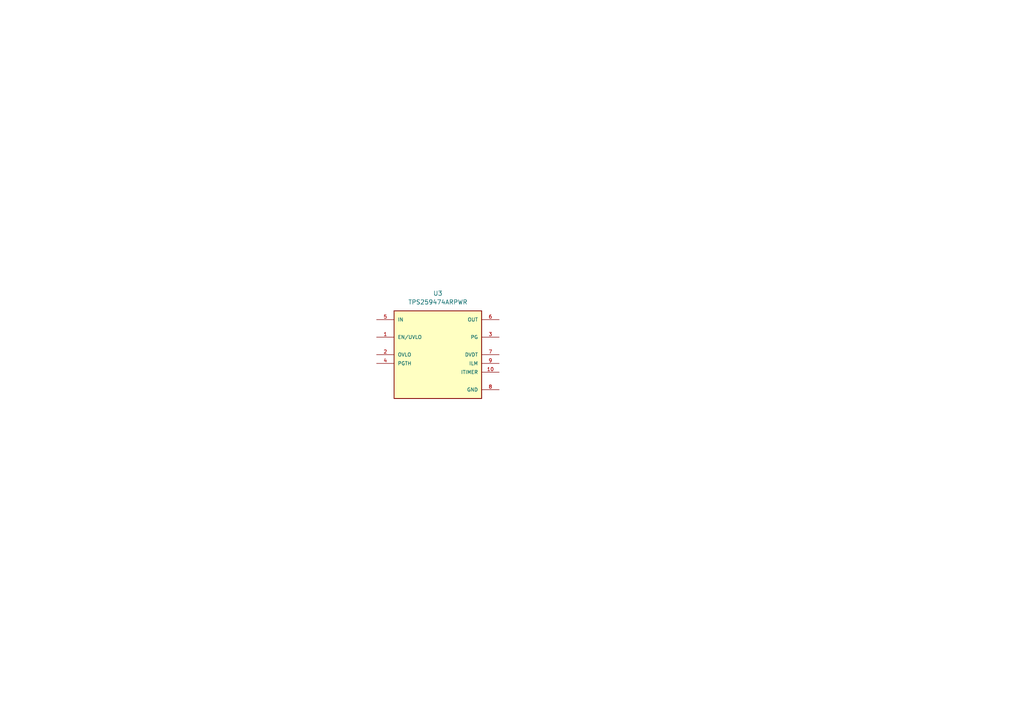
<source format=kicad_sch>
(kicad_sch (version 20230819) (generator eeschema)
  (paper "A4")
  (title_block (title "Carrier Board") (date "2023-11-21") (rev "V3") (company "MUREX Robotics [Byran Huang]") (comment 1 "//DO IT RIGHT,  DO IT MUREX") (comment 2 "// ATTEMPT THE IMPOSSIBLE") (comment 3 "CM4-based ROV (robotics) control board.") (comment 4 "The MUREX Carrier Board is the world's first open-source "))
  (lib_symbols
    (symbol "TPS259474ARPWR:TPS259474ARPWR" (pin_names (offset 1.016))
      (property "Reference" "U" (at -12.7 13.462 0))
      (property "Value" "TPS259474ARPWR" (at -12.7 -13.462 0))
      (symbol "TPS259474ARPWR_0_0"
        (rectangle (start -12.7 -12.7) (end 12.7 12.7) (stroke (width 0.254)) (fill (type background)))
        (pin input line (at -17.78 5.08 0) (length 5.08) (name "EN/UVLO") (number "1"))
        (pin output line (at 17.78 -5.08 180) (length 5.08) (name "ITIMER") (number "10"))
        (pin input line (at -17.78 0 0) (length 5.08) (name "OVLO") (number "2"))
        (pin output line (at 17.78 5.08 180) (length 5.08) (name "PG") (number "3"))
        (pin input line (at -17.78 -2.54 0) (length 5.08) (name "PGTH") (number "4"))
        (pin input line (at -17.78 10.16 0) (length 5.08) (name "IN") (number "5"))
        (pin output line (at 17.78 10.16 180) (length 5.08) (name "OUT") (number "6"))
        (pin output line (at 17.78 0 180) (length 5.08) (name "DVDT") (number "7"))
        (pin power_in line (at 17.78 -10.16 180) (length 5.08) (name "GND") (number "8"))
        (pin output line (at 17.78 -2.54 180) (length 5.08) (name "ILM") (number "9"))
      )
    )
  )
  (symbol (lib_id "TPS259474ARPWR:TPS259474ARPWR") (at 127 102.87 0) (unit 1)
    (property "Reference" "U3" (at 127 85.09 0))
    (property "Value" "TPS259474ARPWR" (at 127 87.63 0))
    (property "Footprint" "TPS259474ARPWR:IC_TPS259474ARPWR" (effects hide))
    (property "DigiKey_Part_Number" "296-TPS259474ARPWRTR-ND" (effects hide))
    (property "MF" "Texas Instruments" (effects hide))
    (property "MAXIMUM_PACKAGE_HEIGHT" "1.0 mm" (effects hide))
    (property "Package" "VFQFN-10 Texas Instruments" (effects hide))
    (property "Check_prices" "https://www.snapeda.com/parts/TPS259474ARPWR/Texas+Instruments/view-part/?ref=eda" (effects hide))
    (property "STANDARD" "Manufacturer Recommendations" (effects hide))
    (property "PARTREV" "A" (effects hide))
    (property "SnapEDA_Link" "https://www.snapeda.com/parts/TPS259474ARPWR/Texas+Instruments/view-part/?ref=snap" (effects hide))
    (property "MP" "TPS259474ARPWR" (effects hide))
    (property "Purchase-URL" "https://www.snapeda.com/api/url_track_click_mouser/?unipart_id=5832748&manufacturer=Texas Instruments&part_name=TPS259474ARPWR&search_term=tps25947" (effects hide))
    (property "Description_1" "\n2.7-V to 23-V, 28-mΩ, 5.5-A eFuse with integrated reverse polarity protection\n" (effects hide))
    (property "MANUFACTURER" "Texas Instruments" (effects hide))
  )
)
</source>
